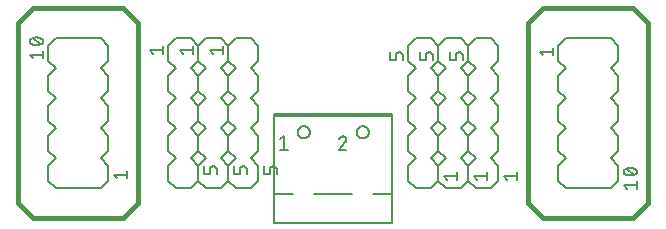
<source format=gto>
G75*
%MOIN*%
%OFA0B0*%
%FSLAX25Y25*%
%IPPOS*%
%LPD*%
%AMOC8*
5,1,8,0,0,1.08239X$1,22.5*
%
%ADD10C,0.01600*%
%ADD11C,0.00600*%
%ADD12C,0.00500*%
D10*
X0011500Y0006500D02*
X0041500Y0006500D01*
X0046500Y0011500D01*
X0046500Y0071500D01*
X0041500Y0076500D01*
X0011500Y0076500D01*
X0006500Y0071500D01*
X0006500Y0011500D01*
X0011500Y0006500D01*
X0176500Y0011500D02*
X0181500Y0006500D01*
X0211500Y0006500D01*
X0216500Y0011500D01*
X0216500Y0071500D01*
X0211500Y0076500D01*
X0181500Y0076500D01*
X0176500Y0071500D01*
X0176500Y0011500D01*
D11*
X0166500Y0019000D02*
X0164000Y0016500D01*
X0159000Y0016500D01*
X0156500Y0019000D01*
X0156500Y0024000D01*
X0159000Y0026500D01*
X0156500Y0029000D01*
X0156500Y0034000D01*
X0159000Y0036500D01*
X0156500Y0039000D01*
X0156500Y0044000D01*
X0159000Y0046500D01*
X0156500Y0049000D01*
X0156500Y0054000D01*
X0159000Y0056500D01*
X0156500Y0059000D01*
X0156500Y0064000D01*
X0159000Y0066500D01*
X0164000Y0066500D01*
X0166500Y0064000D01*
X0166500Y0059000D01*
X0164000Y0056500D01*
X0166500Y0054000D01*
X0166500Y0049000D01*
X0164000Y0046500D01*
X0166500Y0044000D01*
X0166500Y0039000D01*
X0164000Y0036500D01*
X0166500Y0034000D01*
X0166500Y0029000D01*
X0164000Y0026500D01*
X0166500Y0024000D01*
X0166500Y0019000D01*
X0156500Y0019000D02*
X0156500Y0024000D01*
X0154000Y0026500D01*
X0156500Y0029000D01*
X0156500Y0034000D01*
X0154000Y0036500D01*
X0156500Y0039000D01*
X0156500Y0044000D01*
X0154000Y0046500D01*
X0156500Y0049000D01*
X0156500Y0054000D01*
X0154000Y0056500D01*
X0156500Y0059000D01*
X0156500Y0064000D01*
X0154000Y0066500D01*
X0149000Y0066500D01*
X0146500Y0064000D01*
X0146500Y0059000D01*
X0149000Y0056500D01*
X0146500Y0054000D01*
X0146500Y0049000D01*
X0149000Y0046500D01*
X0146500Y0044000D01*
X0146500Y0039000D01*
X0149000Y0036500D01*
X0146500Y0034000D01*
X0146500Y0029000D01*
X0149000Y0026500D01*
X0146500Y0024000D01*
X0146500Y0019000D01*
X0149000Y0016500D01*
X0154000Y0016500D01*
X0156500Y0019000D01*
X0146500Y0019000D02*
X0146500Y0024000D01*
X0144000Y0026500D01*
X0146500Y0029000D01*
X0146500Y0034000D01*
X0144000Y0036500D01*
X0146500Y0039000D01*
X0146500Y0044000D01*
X0144000Y0046500D01*
X0146500Y0049000D01*
X0146500Y0054000D01*
X0144000Y0056500D01*
X0146500Y0059000D01*
X0146500Y0064000D01*
X0144000Y0066500D01*
X0139000Y0066500D01*
X0136500Y0064000D01*
X0136500Y0059000D01*
X0139000Y0056500D01*
X0136500Y0054000D01*
X0136500Y0049000D01*
X0139000Y0046500D01*
X0136500Y0044000D01*
X0136500Y0039000D01*
X0139000Y0036500D01*
X0136500Y0034000D01*
X0136500Y0029000D01*
X0139000Y0026500D01*
X0136500Y0024000D01*
X0136500Y0019000D01*
X0139000Y0016500D01*
X0144000Y0016500D01*
X0146500Y0019000D01*
X0131157Y0014402D02*
X0131157Y0040402D01*
X0091858Y0040402D01*
X0091858Y0041201D01*
X0131157Y0041201D01*
X0131157Y0040402D01*
X0119357Y0035200D02*
X0119359Y0035289D01*
X0119365Y0035378D01*
X0119375Y0035467D01*
X0119389Y0035555D01*
X0119406Y0035642D01*
X0119428Y0035728D01*
X0119454Y0035814D01*
X0119483Y0035898D01*
X0119516Y0035981D01*
X0119552Y0036062D01*
X0119593Y0036142D01*
X0119636Y0036219D01*
X0119683Y0036295D01*
X0119734Y0036368D01*
X0119787Y0036439D01*
X0119844Y0036508D01*
X0119904Y0036574D01*
X0119967Y0036638D01*
X0120032Y0036698D01*
X0120100Y0036756D01*
X0120171Y0036810D01*
X0120244Y0036861D01*
X0120319Y0036909D01*
X0120396Y0036954D01*
X0120475Y0036995D01*
X0120556Y0037032D01*
X0120638Y0037066D01*
X0120722Y0037097D01*
X0120807Y0037123D01*
X0120893Y0037146D01*
X0120980Y0037164D01*
X0121068Y0037179D01*
X0121157Y0037190D01*
X0121246Y0037197D01*
X0121335Y0037200D01*
X0121424Y0037199D01*
X0121513Y0037194D01*
X0121601Y0037185D01*
X0121690Y0037172D01*
X0121777Y0037155D01*
X0121864Y0037135D01*
X0121950Y0037110D01*
X0122034Y0037082D01*
X0122117Y0037050D01*
X0122199Y0037014D01*
X0122279Y0036975D01*
X0122357Y0036932D01*
X0122433Y0036886D01*
X0122507Y0036836D01*
X0122579Y0036783D01*
X0122648Y0036727D01*
X0122715Y0036668D01*
X0122779Y0036606D01*
X0122840Y0036542D01*
X0122899Y0036474D01*
X0122954Y0036404D01*
X0123006Y0036332D01*
X0123055Y0036257D01*
X0123100Y0036181D01*
X0123142Y0036102D01*
X0123180Y0036022D01*
X0123215Y0035940D01*
X0123246Y0035856D01*
X0123274Y0035771D01*
X0123297Y0035685D01*
X0123317Y0035598D01*
X0123333Y0035511D01*
X0123345Y0035422D01*
X0123353Y0035334D01*
X0123357Y0035245D01*
X0123357Y0035155D01*
X0123353Y0035066D01*
X0123345Y0034978D01*
X0123333Y0034889D01*
X0123317Y0034802D01*
X0123297Y0034715D01*
X0123274Y0034629D01*
X0123246Y0034544D01*
X0123215Y0034460D01*
X0123180Y0034378D01*
X0123142Y0034298D01*
X0123100Y0034219D01*
X0123055Y0034143D01*
X0123006Y0034068D01*
X0122954Y0033996D01*
X0122899Y0033926D01*
X0122840Y0033858D01*
X0122779Y0033794D01*
X0122715Y0033732D01*
X0122648Y0033673D01*
X0122579Y0033617D01*
X0122507Y0033564D01*
X0122433Y0033514D01*
X0122357Y0033468D01*
X0122279Y0033425D01*
X0122199Y0033386D01*
X0122117Y0033350D01*
X0122034Y0033318D01*
X0121950Y0033290D01*
X0121864Y0033265D01*
X0121777Y0033245D01*
X0121690Y0033228D01*
X0121601Y0033215D01*
X0121513Y0033206D01*
X0121424Y0033201D01*
X0121335Y0033200D01*
X0121246Y0033203D01*
X0121157Y0033210D01*
X0121068Y0033221D01*
X0120980Y0033236D01*
X0120893Y0033254D01*
X0120807Y0033277D01*
X0120722Y0033303D01*
X0120638Y0033334D01*
X0120556Y0033368D01*
X0120475Y0033405D01*
X0120396Y0033446D01*
X0120319Y0033491D01*
X0120244Y0033539D01*
X0120171Y0033590D01*
X0120100Y0033644D01*
X0120032Y0033702D01*
X0119967Y0033762D01*
X0119904Y0033826D01*
X0119844Y0033892D01*
X0119787Y0033961D01*
X0119734Y0034032D01*
X0119683Y0034105D01*
X0119636Y0034181D01*
X0119593Y0034258D01*
X0119552Y0034338D01*
X0119516Y0034419D01*
X0119483Y0034502D01*
X0119454Y0034586D01*
X0119428Y0034672D01*
X0119406Y0034758D01*
X0119389Y0034845D01*
X0119375Y0034933D01*
X0119365Y0035022D01*
X0119359Y0035111D01*
X0119357Y0035200D01*
X0099657Y0035200D02*
X0099659Y0035289D01*
X0099665Y0035378D01*
X0099675Y0035467D01*
X0099689Y0035555D01*
X0099706Y0035642D01*
X0099728Y0035728D01*
X0099754Y0035814D01*
X0099783Y0035898D01*
X0099816Y0035981D01*
X0099852Y0036062D01*
X0099893Y0036142D01*
X0099936Y0036219D01*
X0099983Y0036295D01*
X0100034Y0036368D01*
X0100087Y0036439D01*
X0100144Y0036508D01*
X0100204Y0036574D01*
X0100267Y0036638D01*
X0100332Y0036698D01*
X0100400Y0036756D01*
X0100471Y0036810D01*
X0100544Y0036861D01*
X0100619Y0036909D01*
X0100696Y0036954D01*
X0100775Y0036995D01*
X0100856Y0037032D01*
X0100938Y0037066D01*
X0101022Y0037097D01*
X0101107Y0037123D01*
X0101193Y0037146D01*
X0101280Y0037164D01*
X0101368Y0037179D01*
X0101457Y0037190D01*
X0101546Y0037197D01*
X0101635Y0037200D01*
X0101724Y0037199D01*
X0101813Y0037194D01*
X0101901Y0037185D01*
X0101990Y0037172D01*
X0102077Y0037155D01*
X0102164Y0037135D01*
X0102250Y0037110D01*
X0102334Y0037082D01*
X0102417Y0037050D01*
X0102499Y0037014D01*
X0102579Y0036975D01*
X0102657Y0036932D01*
X0102733Y0036886D01*
X0102807Y0036836D01*
X0102879Y0036783D01*
X0102948Y0036727D01*
X0103015Y0036668D01*
X0103079Y0036606D01*
X0103140Y0036542D01*
X0103199Y0036474D01*
X0103254Y0036404D01*
X0103306Y0036332D01*
X0103355Y0036257D01*
X0103400Y0036181D01*
X0103442Y0036102D01*
X0103480Y0036022D01*
X0103515Y0035940D01*
X0103546Y0035856D01*
X0103574Y0035771D01*
X0103597Y0035685D01*
X0103617Y0035598D01*
X0103633Y0035511D01*
X0103645Y0035422D01*
X0103653Y0035334D01*
X0103657Y0035245D01*
X0103657Y0035155D01*
X0103653Y0035066D01*
X0103645Y0034978D01*
X0103633Y0034889D01*
X0103617Y0034802D01*
X0103597Y0034715D01*
X0103574Y0034629D01*
X0103546Y0034544D01*
X0103515Y0034460D01*
X0103480Y0034378D01*
X0103442Y0034298D01*
X0103400Y0034219D01*
X0103355Y0034143D01*
X0103306Y0034068D01*
X0103254Y0033996D01*
X0103199Y0033926D01*
X0103140Y0033858D01*
X0103079Y0033794D01*
X0103015Y0033732D01*
X0102948Y0033673D01*
X0102879Y0033617D01*
X0102807Y0033564D01*
X0102733Y0033514D01*
X0102657Y0033468D01*
X0102579Y0033425D01*
X0102499Y0033386D01*
X0102417Y0033350D01*
X0102334Y0033318D01*
X0102250Y0033290D01*
X0102164Y0033265D01*
X0102077Y0033245D01*
X0101990Y0033228D01*
X0101901Y0033215D01*
X0101813Y0033206D01*
X0101724Y0033201D01*
X0101635Y0033200D01*
X0101546Y0033203D01*
X0101457Y0033210D01*
X0101368Y0033221D01*
X0101280Y0033236D01*
X0101193Y0033254D01*
X0101107Y0033277D01*
X0101022Y0033303D01*
X0100938Y0033334D01*
X0100856Y0033368D01*
X0100775Y0033405D01*
X0100696Y0033446D01*
X0100619Y0033491D01*
X0100544Y0033539D01*
X0100471Y0033590D01*
X0100400Y0033644D01*
X0100332Y0033702D01*
X0100267Y0033762D01*
X0100204Y0033826D01*
X0100144Y0033892D01*
X0100087Y0033961D01*
X0100034Y0034032D01*
X0099983Y0034105D01*
X0099936Y0034181D01*
X0099893Y0034258D01*
X0099852Y0034338D01*
X0099816Y0034419D01*
X0099783Y0034502D01*
X0099754Y0034586D01*
X0099728Y0034672D01*
X0099706Y0034758D01*
X0099689Y0034845D01*
X0099675Y0034933D01*
X0099665Y0035022D01*
X0099659Y0035111D01*
X0099657Y0035200D01*
X0091858Y0040402D02*
X0091858Y0014402D01*
X0098157Y0014402D01*
X0091858Y0014402D02*
X0091858Y0005000D01*
X0131157Y0005000D01*
X0131157Y0014402D01*
X0124858Y0014402D01*
X0117858Y0014402D02*
X0105157Y0014402D01*
X0086500Y0019000D02*
X0084000Y0016500D01*
X0079000Y0016500D01*
X0076500Y0019000D01*
X0074000Y0016500D01*
X0069000Y0016500D01*
X0066500Y0019000D01*
X0064000Y0016500D01*
X0059000Y0016500D01*
X0056500Y0019000D01*
X0056500Y0024000D01*
X0059000Y0026500D01*
X0056500Y0029000D01*
X0056500Y0034000D01*
X0059000Y0036500D01*
X0056500Y0039000D01*
X0056500Y0044000D01*
X0059000Y0046500D01*
X0056500Y0049000D01*
X0056500Y0054000D01*
X0059000Y0056500D01*
X0056500Y0059000D01*
X0056500Y0064000D01*
X0059000Y0066500D01*
X0064000Y0066500D01*
X0066500Y0064000D01*
X0066500Y0059000D01*
X0064000Y0056500D01*
X0066500Y0054000D01*
X0066500Y0049000D01*
X0064000Y0046500D01*
X0066500Y0044000D01*
X0066500Y0039000D01*
X0064000Y0036500D01*
X0066500Y0034000D01*
X0066500Y0029000D01*
X0064000Y0026500D01*
X0066500Y0024000D01*
X0066500Y0019000D01*
X0066500Y0024000D01*
X0069000Y0026500D01*
X0066500Y0029000D01*
X0066500Y0034000D01*
X0069000Y0036500D01*
X0066500Y0039000D01*
X0066500Y0044000D01*
X0069000Y0046500D01*
X0066500Y0049000D01*
X0066500Y0054000D01*
X0069000Y0056500D01*
X0066500Y0059000D01*
X0066500Y0064000D01*
X0069000Y0066500D01*
X0074000Y0066500D01*
X0076500Y0064000D01*
X0076500Y0059000D01*
X0074000Y0056500D01*
X0076500Y0054000D01*
X0076500Y0049000D01*
X0074000Y0046500D01*
X0076500Y0044000D01*
X0076500Y0039000D01*
X0074000Y0036500D01*
X0076500Y0034000D01*
X0076500Y0029000D01*
X0074000Y0026500D01*
X0076500Y0024000D01*
X0076500Y0019000D01*
X0076500Y0024000D01*
X0079000Y0026500D01*
X0076500Y0029000D01*
X0076500Y0034000D01*
X0079000Y0036500D01*
X0076500Y0039000D01*
X0076500Y0044000D01*
X0079000Y0046500D01*
X0076500Y0049000D01*
X0076500Y0054000D01*
X0079000Y0056500D01*
X0076500Y0059000D01*
X0076500Y0064000D01*
X0079000Y0066500D01*
X0084000Y0066500D01*
X0086500Y0064000D01*
X0086500Y0059000D01*
X0084000Y0056500D01*
X0086500Y0054000D01*
X0086500Y0049000D01*
X0084000Y0046500D01*
X0086500Y0044000D01*
X0086500Y0039000D01*
X0084000Y0036500D01*
X0086500Y0034000D01*
X0086500Y0029000D01*
X0084000Y0026500D01*
X0086500Y0024000D01*
X0086500Y0019000D01*
X0036500Y0019000D02*
X0036500Y0024000D01*
X0034000Y0026500D01*
X0036500Y0029000D01*
X0036500Y0034000D01*
X0034000Y0036500D01*
X0036500Y0039000D01*
X0036500Y0044000D01*
X0034000Y0046500D01*
X0036500Y0049000D01*
X0036500Y0054000D01*
X0034000Y0056500D01*
X0036500Y0059000D01*
X0036500Y0064000D01*
X0034000Y0066500D01*
X0019000Y0066500D01*
X0016500Y0064000D01*
X0016500Y0059000D01*
X0019000Y0056500D01*
X0016500Y0054000D01*
X0016500Y0049000D01*
X0019000Y0046500D01*
X0016500Y0044000D01*
X0016500Y0039000D01*
X0019000Y0036500D01*
X0016500Y0034000D01*
X0016500Y0029000D01*
X0019000Y0026500D01*
X0016500Y0024000D01*
X0016500Y0019000D01*
X0019000Y0016500D01*
X0034000Y0016500D01*
X0036500Y0019000D01*
X0186500Y0019000D02*
X0189000Y0016500D01*
X0204000Y0016500D01*
X0206500Y0019000D01*
X0206500Y0024000D01*
X0204000Y0026500D01*
X0206500Y0029000D01*
X0206500Y0034000D01*
X0204000Y0036500D01*
X0206500Y0039000D01*
X0206500Y0044000D01*
X0204000Y0046500D01*
X0206500Y0049000D01*
X0206500Y0054000D01*
X0204000Y0056500D01*
X0206500Y0059000D01*
X0206500Y0064000D01*
X0204000Y0066500D01*
X0189000Y0066500D01*
X0186500Y0064000D01*
X0186500Y0059000D01*
X0189000Y0056500D01*
X0186500Y0054000D01*
X0186500Y0049000D01*
X0189000Y0046500D01*
X0186500Y0044000D01*
X0186500Y0039000D01*
X0189000Y0036500D01*
X0186500Y0034000D01*
X0186500Y0029000D01*
X0189000Y0026500D01*
X0186500Y0024000D01*
X0186500Y0019000D01*
D12*
X0172750Y0019250D02*
X0172750Y0021750D01*
X0172750Y0020500D02*
X0168250Y0020500D01*
X0169250Y0019250D01*
X0162750Y0019250D02*
X0162750Y0021750D01*
X0162750Y0020500D02*
X0158250Y0020500D01*
X0159250Y0019250D01*
X0152750Y0019250D02*
X0152750Y0021750D01*
X0152750Y0020500D02*
X0148250Y0020500D01*
X0149250Y0019250D01*
X0115907Y0029250D02*
X0113407Y0029250D01*
X0115532Y0031750D01*
X0114782Y0033750D02*
X0114709Y0033748D01*
X0114637Y0033743D01*
X0114565Y0033734D01*
X0114493Y0033721D01*
X0114422Y0033705D01*
X0114352Y0033685D01*
X0114284Y0033661D01*
X0114216Y0033635D01*
X0114150Y0033604D01*
X0114085Y0033571D01*
X0114023Y0033534D01*
X0113962Y0033495D01*
X0113903Y0033452D01*
X0113846Y0033406D01*
X0113792Y0033358D01*
X0113741Y0033307D01*
X0113691Y0033253D01*
X0113645Y0033197D01*
X0113602Y0033139D01*
X0113561Y0033078D01*
X0113524Y0033016D01*
X0113490Y0032952D01*
X0113459Y0032886D01*
X0113431Y0032819D01*
X0113407Y0032750D01*
X0115532Y0031750D02*
X0115578Y0031796D01*
X0115622Y0031845D01*
X0115662Y0031896D01*
X0115700Y0031949D01*
X0115735Y0032004D01*
X0115767Y0032061D01*
X0115796Y0032119D01*
X0115822Y0032179D01*
X0115844Y0032241D01*
X0115863Y0032303D01*
X0115879Y0032366D01*
X0115891Y0032430D01*
X0115900Y0032495D01*
X0115905Y0032560D01*
X0115907Y0032625D01*
X0115905Y0032690D01*
X0115899Y0032756D01*
X0115890Y0032820D01*
X0115877Y0032884D01*
X0115860Y0032948D01*
X0115839Y0033010D01*
X0115815Y0033071D01*
X0115787Y0033130D01*
X0115756Y0033188D01*
X0115722Y0033243D01*
X0115684Y0033297D01*
X0115644Y0033348D01*
X0115600Y0033397D01*
X0115554Y0033443D01*
X0115505Y0033487D01*
X0115454Y0033527D01*
X0115400Y0033565D01*
X0115345Y0033599D01*
X0115287Y0033630D01*
X0115228Y0033658D01*
X0115167Y0033682D01*
X0115105Y0033703D01*
X0115041Y0033720D01*
X0114977Y0033733D01*
X0114913Y0033742D01*
X0114847Y0033748D01*
X0114782Y0033750D01*
X0096407Y0029250D02*
X0093907Y0029250D01*
X0095157Y0029250D02*
X0095157Y0033750D01*
X0093907Y0032750D01*
X0091750Y0023750D02*
X0091250Y0023750D01*
X0091190Y0023748D01*
X0091129Y0023743D01*
X0091070Y0023734D01*
X0091011Y0023721D01*
X0090952Y0023705D01*
X0090895Y0023685D01*
X0090840Y0023662D01*
X0090785Y0023635D01*
X0090733Y0023606D01*
X0090682Y0023573D01*
X0090633Y0023537D01*
X0090587Y0023499D01*
X0090543Y0023457D01*
X0090501Y0023413D01*
X0090463Y0023367D01*
X0090427Y0023318D01*
X0090394Y0023267D01*
X0090365Y0023215D01*
X0090338Y0023160D01*
X0090315Y0023105D01*
X0090295Y0023048D01*
X0090279Y0022989D01*
X0090266Y0022930D01*
X0090257Y0022871D01*
X0090252Y0022810D01*
X0090250Y0022750D01*
X0090250Y0021250D01*
X0088250Y0021250D01*
X0088250Y0023750D01*
X0091750Y0023750D02*
X0091810Y0023748D01*
X0091871Y0023743D01*
X0091930Y0023734D01*
X0091989Y0023721D01*
X0092048Y0023705D01*
X0092105Y0023685D01*
X0092160Y0023662D01*
X0092215Y0023635D01*
X0092267Y0023606D01*
X0092318Y0023573D01*
X0092367Y0023537D01*
X0092413Y0023499D01*
X0092457Y0023457D01*
X0092499Y0023413D01*
X0092537Y0023367D01*
X0092573Y0023318D01*
X0092606Y0023267D01*
X0092635Y0023215D01*
X0092662Y0023160D01*
X0092685Y0023105D01*
X0092705Y0023048D01*
X0092721Y0022989D01*
X0092734Y0022930D01*
X0092743Y0022871D01*
X0092748Y0022810D01*
X0092750Y0022750D01*
X0092750Y0021250D01*
X0082750Y0021250D02*
X0082750Y0022750D01*
X0082748Y0022810D01*
X0082743Y0022871D01*
X0082734Y0022930D01*
X0082721Y0022989D01*
X0082705Y0023048D01*
X0082685Y0023105D01*
X0082662Y0023160D01*
X0082635Y0023215D01*
X0082606Y0023267D01*
X0082573Y0023318D01*
X0082537Y0023367D01*
X0082499Y0023413D01*
X0082457Y0023457D01*
X0082413Y0023499D01*
X0082367Y0023537D01*
X0082318Y0023573D01*
X0082267Y0023606D01*
X0082215Y0023635D01*
X0082160Y0023662D01*
X0082105Y0023685D01*
X0082048Y0023705D01*
X0081989Y0023721D01*
X0081930Y0023734D01*
X0081871Y0023743D01*
X0081810Y0023748D01*
X0081750Y0023750D01*
X0081250Y0023750D01*
X0081190Y0023748D01*
X0081129Y0023743D01*
X0081070Y0023734D01*
X0081011Y0023721D01*
X0080952Y0023705D01*
X0080895Y0023685D01*
X0080840Y0023662D01*
X0080785Y0023635D01*
X0080733Y0023606D01*
X0080682Y0023573D01*
X0080633Y0023537D01*
X0080587Y0023499D01*
X0080543Y0023457D01*
X0080501Y0023413D01*
X0080463Y0023367D01*
X0080427Y0023318D01*
X0080394Y0023267D01*
X0080365Y0023215D01*
X0080338Y0023160D01*
X0080315Y0023105D01*
X0080295Y0023048D01*
X0080279Y0022989D01*
X0080266Y0022930D01*
X0080257Y0022871D01*
X0080252Y0022810D01*
X0080250Y0022750D01*
X0080250Y0021250D01*
X0078250Y0021250D01*
X0078250Y0023750D01*
X0072750Y0022750D02*
X0072750Y0021250D01*
X0070250Y0021250D02*
X0068250Y0021250D01*
X0068250Y0023750D01*
X0070250Y0022750D02*
X0070250Y0021250D01*
X0070250Y0022750D02*
X0070252Y0022810D01*
X0070257Y0022871D01*
X0070266Y0022930D01*
X0070279Y0022989D01*
X0070295Y0023048D01*
X0070315Y0023105D01*
X0070338Y0023160D01*
X0070365Y0023215D01*
X0070394Y0023267D01*
X0070427Y0023318D01*
X0070463Y0023367D01*
X0070501Y0023413D01*
X0070543Y0023457D01*
X0070587Y0023499D01*
X0070633Y0023537D01*
X0070682Y0023573D01*
X0070733Y0023606D01*
X0070785Y0023635D01*
X0070840Y0023662D01*
X0070895Y0023685D01*
X0070952Y0023705D01*
X0071011Y0023721D01*
X0071070Y0023734D01*
X0071129Y0023743D01*
X0071190Y0023748D01*
X0071250Y0023750D01*
X0071750Y0023750D01*
X0071810Y0023748D01*
X0071871Y0023743D01*
X0071930Y0023734D01*
X0071989Y0023721D01*
X0072048Y0023705D01*
X0072105Y0023685D01*
X0072160Y0023662D01*
X0072215Y0023635D01*
X0072267Y0023606D01*
X0072318Y0023573D01*
X0072367Y0023537D01*
X0072413Y0023499D01*
X0072457Y0023457D01*
X0072499Y0023413D01*
X0072537Y0023367D01*
X0072573Y0023318D01*
X0072606Y0023267D01*
X0072635Y0023215D01*
X0072662Y0023160D01*
X0072685Y0023105D01*
X0072705Y0023048D01*
X0072721Y0022989D01*
X0072734Y0022930D01*
X0072743Y0022871D01*
X0072748Y0022810D01*
X0072750Y0022750D01*
X0042750Y0022250D02*
X0042750Y0019750D01*
X0042750Y0021000D02*
X0038250Y0021000D01*
X0039250Y0019750D01*
X0014750Y0059750D02*
X0014750Y0062250D01*
X0014125Y0066375D02*
X0014016Y0066426D01*
X0013906Y0066473D01*
X0013794Y0066517D01*
X0013680Y0066557D01*
X0013566Y0066593D01*
X0013450Y0066626D01*
X0013334Y0066655D01*
X0013216Y0066680D01*
X0013098Y0066701D01*
X0012979Y0066719D01*
X0012860Y0066732D01*
X0012740Y0066742D01*
X0012620Y0066748D01*
X0012500Y0066750D01*
X0012500Y0064250D02*
X0012620Y0064252D01*
X0012740Y0064258D01*
X0012860Y0064268D01*
X0012979Y0064281D01*
X0013098Y0064299D01*
X0013216Y0064320D01*
X0013334Y0064345D01*
X0013450Y0064374D01*
X0013566Y0064407D01*
X0013680Y0064443D01*
X0013794Y0064483D01*
X0013906Y0064527D01*
X0014016Y0064574D01*
X0014125Y0064625D01*
X0013750Y0064500D02*
X0011250Y0066500D01*
X0010875Y0064625D02*
X0010984Y0064574D01*
X0011094Y0064527D01*
X0011206Y0064483D01*
X0011320Y0064443D01*
X0011434Y0064407D01*
X0011550Y0064374D01*
X0011666Y0064345D01*
X0011784Y0064320D01*
X0011902Y0064299D01*
X0012021Y0064281D01*
X0012140Y0064268D01*
X0012260Y0064258D01*
X0012380Y0064252D01*
X0012500Y0064250D01*
X0010250Y0065500D02*
X0010252Y0065560D01*
X0010258Y0065620D01*
X0010268Y0065680D01*
X0010281Y0065739D01*
X0010299Y0065797D01*
X0010320Y0065853D01*
X0010345Y0065908D01*
X0010373Y0065961D01*
X0010405Y0066013D01*
X0010440Y0066062D01*
X0010478Y0066109D01*
X0010520Y0066153D01*
X0010564Y0066194D01*
X0010610Y0066233D01*
X0010659Y0066268D01*
X0010710Y0066300D01*
X0010764Y0066328D01*
X0010819Y0066354D01*
X0010875Y0066375D01*
X0010250Y0065500D02*
X0010252Y0065440D01*
X0010258Y0065380D01*
X0010268Y0065320D01*
X0010281Y0065261D01*
X0010299Y0065203D01*
X0010320Y0065147D01*
X0010345Y0065092D01*
X0010373Y0065039D01*
X0010405Y0064987D01*
X0010440Y0064938D01*
X0010478Y0064891D01*
X0010520Y0064847D01*
X0010564Y0064806D01*
X0010610Y0064767D01*
X0010659Y0064732D01*
X0010710Y0064700D01*
X0010764Y0064672D01*
X0010819Y0064646D01*
X0010875Y0064625D01*
X0010875Y0066375D02*
X0010984Y0066426D01*
X0011094Y0066473D01*
X0011206Y0066517D01*
X0011320Y0066557D01*
X0011434Y0066593D01*
X0011550Y0066626D01*
X0011666Y0066655D01*
X0011784Y0066680D01*
X0011902Y0066701D01*
X0012021Y0066719D01*
X0012140Y0066732D01*
X0012260Y0066742D01*
X0012380Y0066748D01*
X0012500Y0066750D01*
X0014125Y0066375D02*
X0014181Y0066354D01*
X0014236Y0066328D01*
X0014290Y0066300D01*
X0014341Y0066268D01*
X0014390Y0066233D01*
X0014436Y0066194D01*
X0014480Y0066153D01*
X0014522Y0066109D01*
X0014560Y0066062D01*
X0014595Y0066013D01*
X0014627Y0065961D01*
X0014655Y0065908D01*
X0014680Y0065853D01*
X0014701Y0065797D01*
X0014719Y0065739D01*
X0014732Y0065680D01*
X0014742Y0065620D01*
X0014748Y0065560D01*
X0014750Y0065500D01*
X0014748Y0065440D01*
X0014742Y0065380D01*
X0014732Y0065320D01*
X0014719Y0065261D01*
X0014701Y0065203D01*
X0014680Y0065147D01*
X0014655Y0065092D01*
X0014627Y0065039D01*
X0014595Y0064987D01*
X0014560Y0064938D01*
X0014522Y0064891D01*
X0014480Y0064847D01*
X0014436Y0064806D01*
X0014390Y0064767D01*
X0014341Y0064732D01*
X0014290Y0064700D01*
X0014236Y0064672D01*
X0014181Y0064646D01*
X0014125Y0064625D01*
X0014750Y0061000D02*
X0010250Y0061000D01*
X0011250Y0059750D01*
X0050250Y0062500D02*
X0051250Y0061250D01*
X0050250Y0062500D02*
X0054750Y0062500D01*
X0054750Y0061250D02*
X0054750Y0063750D01*
X0060250Y0062500D02*
X0064750Y0062500D01*
X0064750Y0061250D02*
X0064750Y0063750D01*
X0070250Y0062500D02*
X0074750Y0062500D01*
X0074750Y0061250D02*
X0074750Y0063750D01*
X0071250Y0061250D02*
X0070250Y0062500D01*
X0061250Y0061250D02*
X0060250Y0062500D01*
X0130250Y0061750D02*
X0130250Y0059250D01*
X0132250Y0059250D01*
X0132250Y0060750D01*
X0132252Y0060810D01*
X0132257Y0060871D01*
X0132266Y0060930D01*
X0132279Y0060989D01*
X0132295Y0061048D01*
X0132315Y0061105D01*
X0132338Y0061160D01*
X0132365Y0061215D01*
X0132394Y0061267D01*
X0132427Y0061318D01*
X0132463Y0061367D01*
X0132501Y0061413D01*
X0132543Y0061457D01*
X0132587Y0061499D01*
X0132633Y0061537D01*
X0132682Y0061573D01*
X0132733Y0061606D01*
X0132785Y0061635D01*
X0132840Y0061662D01*
X0132895Y0061685D01*
X0132952Y0061705D01*
X0133011Y0061721D01*
X0133070Y0061734D01*
X0133129Y0061743D01*
X0133190Y0061748D01*
X0133250Y0061750D01*
X0133750Y0061750D01*
X0133810Y0061748D01*
X0133871Y0061743D01*
X0133930Y0061734D01*
X0133989Y0061721D01*
X0134048Y0061705D01*
X0134105Y0061685D01*
X0134160Y0061662D01*
X0134215Y0061635D01*
X0134267Y0061606D01*
X0134318Y0061573D01*
X0134367Y0061537D01*
X0134413Y0061499D01*
X0134457Y0061457D01*
X0134499Y0061413D01*
X0134537Y0061367D01*
X0134573Y0061318D01*
X0134606Y0061267D01*
X0134635Y0061215D01*
X0134662Y0061160D01*
X0134685Y0061105D01*
X0134705Y0061048D01*
X0134721Y0060989D01*
X0134734Y0060930D01*
X0134743Y0060871D01*
X0134748Y0060810D01*
X0134750Y0060750D01*
X0134750Y0059250D01*
X0140250Y0059250D02*
X0140250Y0061750D01*
X0142250Y0060750D02*
X0142250Y0059250D01*
X0140250Y0059250D01*
X0142250Y0060750D02*
X0142252Y0060810D01*
X0142257Y0060871D01*
X0142266Y0060930D01*
X0142279Y0060989D01*
X0142295Y0061048D01*
X0142315Y0061105D01*
X0142338Y0061160D01*
X0142365Y0061215D01*
X0142394Y0061267D01*
X0142427Y0061318D01*
X0142463Y0061367D01*
X0142501Y0061413D01*
X0142543Y0061457D01*
X0142587Y0061499D01*
X0142633Y0061537D01*
X0142682Y0061573D01*
X0142733Y0061606D01*
X0142785Y0061635D01*
X0142840Y0061662D01*
X0142895Y0061685D01*
X0142952Y0061705D01*
X0143011Y0061721D01*
X0143070Y0061734D01*
X0143129Y0061743D01*
X0143190Y0061748D01*
X0143250Y0061750D01*
X0143750Y0061750D01*
X0143810Y0061748D01*
X0143871Y0061743D01*
X0143930Y0061734D01*
X0143989Y0061721D01*
X0144048Y0061705D01*
X0144105Y0061685D01*
X0144160Y0061662D01*
X0144215Y0061635D01*
X0144267Y0061606D01*
X0144318Y0061573D01*
X0144367Y0061537D01*
X0144413Y0061499D01*
X0144457Y0061457D01*
X0144499Y0061413D01*
X0144537Y0061367D01*
X0144573Y0061318D01*
X0144606Y0061267D01*
X0144635Y0061215D01*
X0144662Y0061160D01*
X0144685Y0061105D01*
X0144705Y0061048D01*
X0144721Y0060989D01*
X0144734Y0060930D01*
X0144743Y0060871D01*
X0144748Y0060810D01*
X0144750Y0060750D01*
X0144750Y0059250D01*
X0150250Y0059250D02*
X0150250Y0061750D01*
X0152250Y0060750D02*
X0152250Y0059250D01*
X0150250Y0059250D01*
X0152250Y0060750D02*
X0152252Y0060810D01*
X0152257Y0060871D01*
X0152266Y0060930D01*
X0152279Y0060989D01*
X0152295Y0061048D01*
X0152315Y0061105D01*
X0152338Y0061160D01*
X0152365Y0061215D01*
X0152394Y0061267D01*
X0152427Y0061318D01*
X0152463Y0061367D01*
X0152501Y0061413D01*
X0152543Y0061457D01*
X0152587Y0061499D01*
X0152633Y0061537D01*
X0152682Y0061573D01*
X0152733Y0061606D01*
X0152785Y0061635D01*
X0152840Y0061662D01*
X0152895Y0061685D01*
X0152952Y0061705D01*
X0153011Y0061721D01*
X0153070Y0061734D01*
X0153129Y0061743D01*
X0153190Y0061748D01*
X0153250Y0061750D01*
X0153750Y0061750D01*
X0153810Y0061748D01*
X0153871Y0061743D01*
X0153930Y0061734D01*
X0153989Y0061721D01*
X0154048Y0061705D01*
X0154105Y0061685D01*
X0154160Y0061662D01*
X0154215Y0061635D01*
X0154267Y0061606D01*
X0154318Y0061573D01*
X0154367Y0061537D01*
X0154413Y0061499D01*
X0154457Y0061457D01*
X0154499Y0061413D01*
X0154537Y0061367D01*
X0154573Y0061318D01*
X0154606Y0061267D01*
X0154635Y0061215D01*
X0154662Y0061160D01*
X0154685Y0061105D01*
X0154705Y0061048D01*
X0154721Y0060989D01*
X0154734Y0060930D01*
X0154743Y0060871D01*
X0154748Y0060810D01*
X0154750Y0060750D01*
X0154750Y0059250D01*
X0180250Y0062000D02*
X0184750Y0062000D01*
X0184750Y0060750D02*
X0184750Y0063250D01*
X0181250Y0060750D02*
X0180250Y0062000D01*
X0210500Y0020750D02*
X0210620Y0020752D01*
X0210740Y0020758D01*
X0210860Y0020768D01*
X0210979Y0020781D01*
X0211098Y0020799D01*
X0211216Y0020820D01*
X0211334Y0020845D01*
X0211450Y0020874D01*
X0211566Y0020907D01*
X0211680Y0020943D01*
X0211794Y0020983D01*
X0211906Y0021027D01*
X0212016Y0021074D01*
X0212125Y0021125D01*
X0211750Y0021000D02*
X0209250Y0023000D01*
X0208875Y0022875D02*
X0208819Y0022854D01*
X0208764Y0022828D01*
X0208710Y0022800D01*
X0208659Y0022768D01*
X0208610Y0022733D01*
X0208564Y0022694D01*
X0208520Y0022653D01*
X0208478Y0022609D01*
X0208440Y0022562D01*
X0208405Y0022513D01*
X0208373Y0022461D01*
X0208345Y0022408D01*
X0208320Y0022353D01*
X0208299Y0022297D01*
X0208281Y0022239D01*
X0208268Y0022180D01*
X0208258Y0022120D01*
X0208252Y0022060D01*
X0208250Y0022000D01*
X0208252Y0021940D01*
X0208258Y0021880D01*
X0208268Y0021820D01*
X0208281Y0021761D01*
X0208299Y0021703D01*
X0208320Y0021647D01*
X0208345Y0021592D01*
X0208373Y0021539D01*
X0208405Y0021487D01*
X0208440Y0021438D01*
X0208478Y0021391D01*
X0208520Y0021347D01*
X0208564Y0021306D01*
X0208610Y0021267D01*
X0208659Y0021232D01*
X0208710Y0021200D01*
X0208764Y0021172D01*
X0208819Y0021146D01*
X0208875Y0021125D01*
X0212125Y0022875D02*
X0212181Y0022854D01*
X0212236Y0022828D01*
X0212290Y0022800D01*
X0212341Y0022768D01*
X0212390Y0022733D01*
X0212436Y0022694D01*
X0212480Y0022653D01*
X0212522Y0022609D01*
X0212560Y0022562D01*
X0212595Y0022513D01*
X0212627Y0022461D01*
X0212655Y0022408D01*
X0212680Y0022353D01*
X0212701Y0022297D01*
X0212719Y0022239D01*
X0212732Y0022180D01*
X0212742Y0022120D01*
X0212748Y0022060D01*
X0212750Y0022000D01*
X0212748Y0021940D01*
X0212742Y0021880D01*
X0212732Y0021820D01*
X0212719Y0021761D01*
X0212701Y0021703D01*
X0212680Y0021647D01*
X0212655Y0021592D01*
X0212627Y0021539D01*
X0212595Y0021487D01*
X0212560Y0021438D01*
X0212522Y0021391D01*
X0212480Y0021347D01*
X0212436Y0021306D01*
X0212390Y0021267D01*
X0212341Y0021232D01*
X0212290Y0021200D01*
X0212236Y0021172D01*
X0212181Y0021146D01*
X0212125Y0021125D01*
X0212125Y0022875D02*
X0212016Y0022926D01*
X0211906Y0022973D01*
X0211794Y0023017D01*
X0211680Y0023057D01*
X0211566Y0023093D01*
X0211450Y0023126D01*
X0211334Y0023155D01*
X0211216Y0023180D01*
X0211098Y0023201D01*
X0210979Y0023219D01*
X0210860Y0023232D01*
X0210740Y0023242D01*
X0210620Y0023248D01*
X0210500Y0023250D01*
X0210500Y0020750D02*
X0210380Y0020752D01*
X0210260Y0020758D01*
X0210140Y0020768D01*
X0210021Y0020781D01*
X0209902Y0020799D01*
X0209784Y0020820D01*
X0209666Y0020845D01*
X0209550Y0020874D01*
X0209434Y0020907D01*
X0209320Y0020943D01*
X0209206Y0020983D01*
X0209094Y0021027D01*
X0208984Y0021074D01*
X0208875Y0021125D01*
X0208875Y0022875D02*
X0208984Y0022926D01*
X0209094Y0022973D01*
X0209206Y0023017D01*
X0209320Y0023057D01*
X0209434Y0023093D01*
X0209550Y0023126D01*
X0209666Y0023155D01*
X0209784Y0023180D01*
X0209902Y0023201D01*
X0210021Y0023219D01*
X0210140Y0023232D01*
X0210260Y0023242D01*
X0210380Y0023248D01*
X0210500Y0023250D01*
X0212750Y0018750D02*
X0212750Y0016250D01*
X0212750Y0017500D02*
X0208250Y0017500D01*
X0209250Y0016250D01*
M02*

</source>
